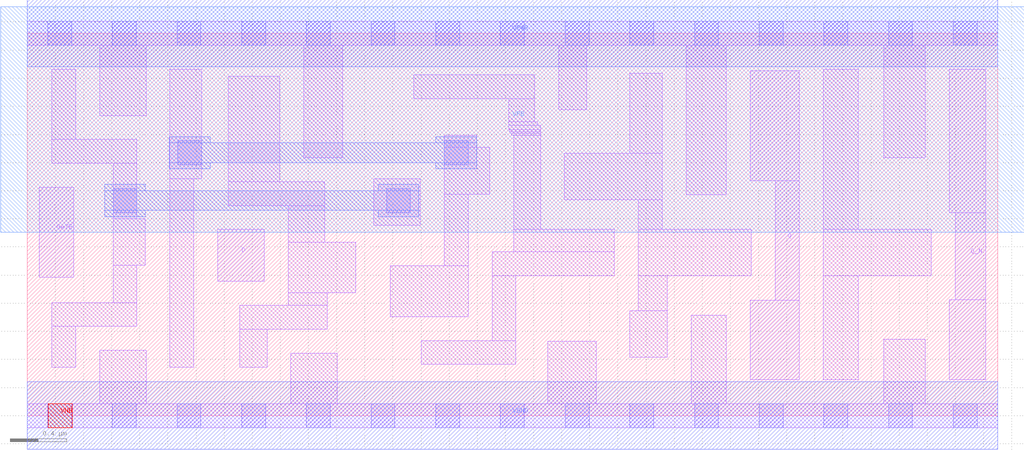
<source format=lef>
# Copyright 2020 The SkyWater PDK Authors
#
# Licensed under the Apache License, Version 2.0 (the "License");
# you may not use this file except in compliance with the License.
# You may obtain a copy of the License at
#
#     https://www.apache.org/licenses/LICENSE-2.0
#
# Unless required by applicable law or agreed to in writing, software
# distributed under the License is distributed on an "AS IS" BASIS,
# WITHOUT WARRANTIES OR CONDITIONS OF ANY KIND, either express or implied.
# See the License for the specific language governing permissions and
# limitations under the License.
#
# SPDX-License-Identifier: Apache-2.0

VERSION 5.7 ;
  NOWIREEXTENSIONATPIN ON ;
  DIVIDERCHAR "/" ;
  BUSBITCHARS "[]" ;
MACRO sky130_fd_sc_hd__dlxbp_1
  CLASS CORE ;
  FOREIGN sky130_fd_sc_hd__dlxbp_1 ;
  ORIGIN  0.000000  0.000000 ;
  SIZE  6.900000 BY  2.720000 ;
  SYMMETRY X Y R90 ;
  SITE unithd ;
  PIN D
    ANTENNAGATEAREA  0.159000 ;
    DIRECTION INPUT ;
    USE SIGNAL ;
    PORT
      LAYER li1 ;
        RECT 1.355000 0.955000 1.685000 1.325000 ;
    END
  END D
  PIN Q
    ANTENNADIFFAREA  0.429000 ;
    DIRECTION OUTPUT ;
    USE SIGNAL ;
    PORT
      LAYER li1 ;
        RECT 5.140000 0.255000 5.490000 0.820000 ;
        RECT 5.140000 1.670000 5.490000 2.455000 ;
        RECT 5.320000 0.820000 5.490000 1.670000 ;
    END
  END Q
  PIN Q_N
    ANTENNADIFFAREA  0.429000 ;
    DIRECTION OUTPUT ;
    USE SIGNAL ;
    PORT
      LAYER li1 ;
        RECT 6.555000 0.255000 6.815000 0.825000 ;
        RECT 6.555000 1.445000 6.815000 2.465000 ;
        RECT 6.600000 0.825000 6.815000 1.445000 ;
    END
  END Q_N
  PIN VNB
    PORT
      LAYER pwell ;
        RECT 0.150000 -0.085000 0.320000 0.085000 ;
    END
  END VNB
  PIN VPB
    PORT
      LAYER nwell ;
        RECT -0.190000 1.305000 7.090000 2.910000 ;
    END
  END VPB
  PIN GATE
    ANTENNAGATEAREA  0.159000 ;
    DIRECTION INPUT ;
    USE CLOCK ;
    PORT
      LAYER li1 ;
        RECT 0.085000 0.985000 0.330000 1.625000 ;
    END
  END GATE
  PIN VGND
    DIRECTION INOUT ;
    SHAPE ABUTMENT ;
    USE GROUND ;
    PORT
      LAYER met1 ;
        RECT 0.000000 -0.240000 6.900000 0.240000 ;
    END
  END VGND
  PIN VPWR
    DIRECTION INOUT ;
    SHAPE ABUTMENT ;
    USE POWER ;
    PORT
      LAYER met1 ;
        RECT 0.000000 2.480000 6.900000 2.960000 ;
    END
  END VPWR
  OBS
    LAYER li1 ;
      RECT 0.000000 -0.085000 6.900000 0.085000 ;
      RECT 0.000000  2.635000 6.900000 2.805000 ;
      RECT 0.175000  0.345000 0.345000 0.635000 ;
      RECT 0.175000  0.635000 0.780000 0.805000 ;
      RECT 0.175000  1.795000 0.780000 1.965000 ;
      RECT 0.175000  1.965000 0.345000 2.465000 ;
      RECT 0.515000  0.085000 0.845000 0.465000 ;
      RECT 0.515000  2.135000 0.845000 2.635000 ;
      RECT 0.610000  0.805000 0.780000 1.070000 ;
      RECT 0.610000  1.070000 0.840000 1.400000 ;
      RECT 0.610000  1.400000 0.780000 1.795000 ;
      RECT 1.015000  0.345000 1.185000 1.685000 ;
      RECT 1.015000  1.685000 1.240000 2.465000 ;
      RECT 1.430000  1.495000 2.115000 1.665000 ;
      RECT 1.430000  1.665000 1.795000 2.415000 ;
      RECT 1.510000  0.345000 1.705000 0.615000 ;
      RECT 1.510000  0.615000 2.135000 0.785000 ;
      RECT 1.855000  0.785000 2.135000 0.875000 ;
      RECT 1.855000  0.875000 2.335000 1.235000 ;
      RECT 1.855000  1.235000 2.115000 1.495000 ;
      RECT 1.875000  0.085000 2.205000 0.445000 ;
      RECT 1.965000  1.835000 2.245000 2.635000 ;
      RECT 2.465000  1.355000 2.795000 1.685000 ;
      RECT 2.580000  0.705000 3.135000 1.065000 ;
      RECT 2.750000  2.255000 3.610000 2.425000 ;
      RECT 2.800000  0.365000 3.475000 0.535000 ;
      RECT 2.965000  1.065000 3.135000 1.575000 ;
      RECT 2.965000  1.575000 3.290000 1.910000 ;
      RECT 2.965000  1.910000 3.195000 1.995000 ;
      RECT 3.305000  0.535000 3.475000 0.995000 ;
      RECT 3.305000  0.995000 4.175000 1.165000 ;
      RECT 3.425000  2.035000 3.650000 2.065000 ;
      RECT 3.425000  2.065000 3.630000 2.090000 ;
      RECT 3.425000  2.090000 3.610000 2.255000 ;
      RECT 3.430000  2.020000 3.650000 2.035000 ;
      RECT 3.435000  2.010000 3.650000 2.020000 ;
      RECT 3.440000  1.995000 3.650000 2.010000 ;
      RECT 3.460000  1.165000 4.175000 1.325000 ;
      RECT 3.460000  1.325000 3.650000 1.995000 ;
      RECT 3.700000  0.085000 4.045000 0.530000 ;
      RECT 3.780000  2.175000 3.980000 2.635000 ;
      RECT 3.820000  1.535000 4.515000 1.865000 ;
      RECT 4.285000  0.415000 4.550000 0.745000 ;
      RECT 4.285000  1.865000 4.515000 2.435000 ;
      RECT 4.345000  0.745000 4.550000 0.995000 ;
      RECT 4.345000  0.995000 5.150000 1.325000 ;
      RECT 4.345000  1.325000 4.515000 1.535000 ;
      RECT 4.685000  1.570000 4.970000 2.635000 ;
      RECT 4.720000  0.085000 4.970000 0.715000 ;
      RECT 5.660000  0.255000 5.910000 0.995000 ;
      RECT 5.660000  0.995000 6.430000 1.325000 ;
      RECT 5.660000  1.325000 5.910000 2.465000 ;
      RECT 6.090000  0.085000 6.385000 0.545000 ;
      RECT 6.090000  1.835000 6.385000 2.635000 ;
    LAYER mcon ;
      RECT 0.145000 -0.085000 0.315000 0.085000 ;
      RECT 0.145000  2.635000 0.315000 2.805000 ;
      RECT 0.605000 -0.085000 0.775000 0.085000 ;
      RECT 0.605000  2.635000 0.775000 2.805000 ;
      RECT 0.610000  1.445000 0.780000 1.615000 ;
      RECT 1.065000 -0.085000 1.235000 0.085000 ;
      RECT 1.065000  2.635000 1.235000 2.805000 ;
      RECT 1.070000  1.785000 1.240000 1.955000 ;
      RECT 1.525000 -0.085000 1.695000 0.085000 ;
      RECT 1.525000  2.635000 1.695000 2.805000 ;
      RECT 1.985000 -0.085000 2.155000 0.085000 ;
      RECT 1.985000  2.635000 2.155000 2.805000 ;
      RECT 2.445000 -0.085000 2.615000 0.085000 ;
      RECT 2.445000  2.635000 2.615000 2.805000 ;
      RECT 2.555000  1.445000 2.725000 1.615000 ;
      RECT 2.905000 -0.085000 3.075000 0.085000 ;
      RECT 2.905000  2.635000 3.075000 2.805000 ;
      RECT 2.965000  1.785000 3.135000 1.955000 ;
      RECT 3.365000 -0.085000 3.535000 0.085000 ;
      RECT 3.365000  2.635000 3.535000 2.805000 ;
      RECT 3.825000 -0.085000 3.995000 0.085000 ;
      RECT 3.825000  2.635000 3.995000 2.805000 ;
      RECT 4.285000 -0.085000 4.455000 0.085000 ;
      RECT 4.285000  2.635000 4.455000 2.805000 ;
      RECT 4.745000 -0.085000 4.915000 0.085000 ;
      RECT 4.745000  2.635000 4.915000 2.805000 ;
      RECT 5.205000 -0.085000 5.375000 0.085000 ;
      RECT 5.205000  2.635000 5.375000 2.805000 ;
      RECT 5.665000 -0.085000 5.835000 0.085000 ;
      RECT 5.665000  2.635000 5.835000 2.805000 ;
      RECT 6.125000 -0.085000 6.295000 0.085000 ;
      RECT 6.125000  2.635000 6.295000 2.805000 ;
      RECT 6.585000 -0.085000 6.755000 0.085000 ;
      RECT 6.585000  2.635000 6.755000 2.805000 ;
    LAYER met1 ;
      RECT 0.550000 1.415000 0.840000 1.460000 ;
      RECT 0.550000 1.460000 2.785000 1.600000 ;
      RECT 0.550000 1.600000 0.840000 1.645000 ;
      RECT 1.010000 1.755000 1.300000 1.800000 ;
      RECT 1.010000 1.800000 3.195000 1.940000 ;
      RECT 1.010000 1.940000 1.300000 1.985000 ;
      RECT 2.495000 1.415000 2.785000 1.460000 ;
      RECT 2.495000 1.600000 2.785000 1.645000 ;
      RECT 2.905000 1.755000 3.195000 1.800000 ;
      RECT 2.905000 1.940000 3.195000 1.985000 ;
  END
END sky130_fd_sc_hd__dlxbp_1
END LIBRARY

</source>
